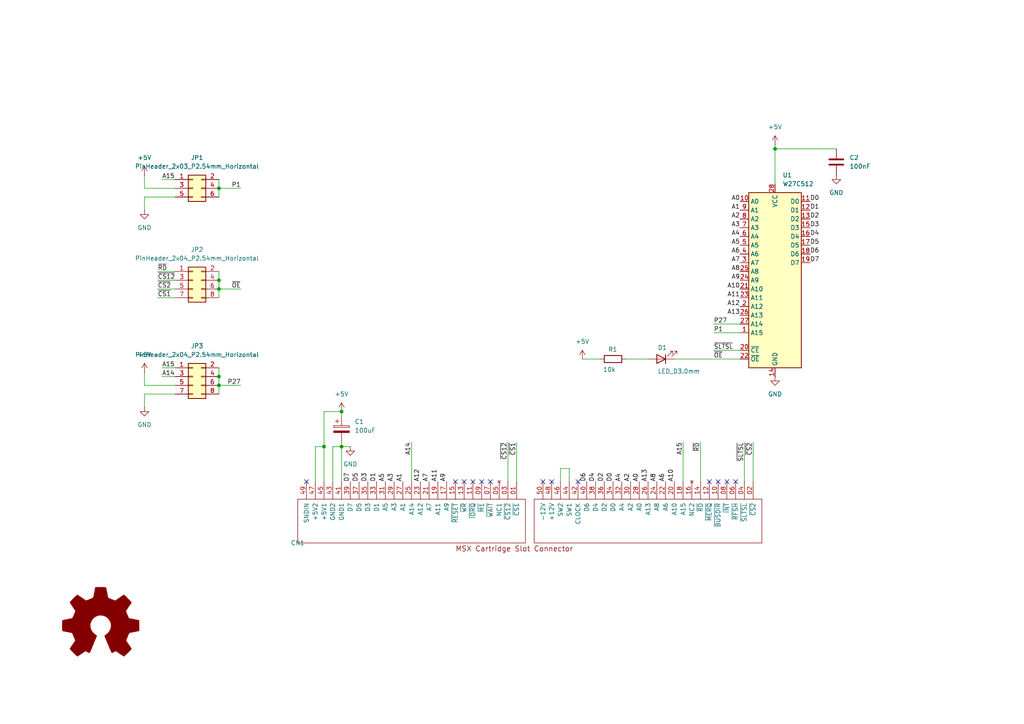
<source format=kicad_sch>
(kicad_sch (version 20231120) (generator "eeschema") (generator_version "8.0")
  (paper "A4")
  (title_block (title "MSX Eprom Cartridge") (date "2024-06-21") (rev "v3.1"))
  (lib_symbols
    (symbol "Connector_Generic:Conn_02x03_Odd_Even" (pin_names (offset 1.016) hide)
      (property "Reference" "J" (at 1.27 5.08 0))
      (property "Value" "Conn_02x03_Odd_Even" (at 1.27 -5.08 0))
      (symbol "Conn_02x03_Odd_Even_1_1"
        (rectangle (start -1.27 -2.413) (end 0 -2.667) (stroke (width 0.1524)))
        (rectangle (start -1.27 0.127) (end 0 -0.127) (stroke (width 0.1524)))
        (rectangle (start -1.27 2.667) (end 0 2.413) (stroke (width 0.1524)))
        (rectangle (start -1.27 3.81) (end 3.81 -3.81) (stroke (width 0.254)) (fill (type background)))
        (rectangle (start 3.81 -2.413) (end 2.54 -2.667) (stroke (width 0.1524)))
        (rectangle (start 3.81 0.127) (end 2.54 -0.127) (stroke (width 0.1524)))
        (rectangle (start 3.81 2.667) (end 2.54 2.413) (stroke (width 0.1524)))
        (pin passive line (at -5.08 2.54 0) (length 3.81) (name "Pin_1") (number "1"))
        (pin passive line (at 7.62 2.54 180) (length 3.81) (name "Pin_2") (number "2"))
        (pin passive line (at -5.08 0 0) (length 3.81) (name "Pin_3") (number "3"))
        (pin passive line (at 7.62 0 180) (length 3.81) (name "Pin_4") (number "4"))
        (pin passive line (at -5.08 -2.54 0) (length 3.81) (name "Pin_5") (number "5"))
        (pin passive line (at 7.62 -2.54 180) (length 3.81) (name "Pin_6") (number "6"))
      )
    )
    (symbol "Connector_Generic:Conn_02x04_Odd_Even" (pin_names (offset 1.016) hide)
      (property "Reference" "J" (at 1.27 5.08 0))
      (property "Value" "Conn_02x04_Odd_Even" (at 1.27 -7.62 0))
      (symbol "Conn_02x04_Odd_Even_1_1"
        (rectangle (start -1.27 -4.953) (end 0 -5.207) (stroke (width 0.1524)))
        (rectangle (start -1.27 -2.413) (end 0 -2.667) (stroke (width 0.1524)))
        (rectangle (start -1.27 0.127) (end 0 -0.127) (stroke (width 0.1524)))
        (rectangle (start -1.27 2.667) (end 0 2.413) (stroke (width 0.1524)))
        (rectangle (start -1.27 3.81) (end 3.81 -6.35) (stroke (width 0.254)) (fill (type background)))
        (rectangle (start 3.81 -4.953) (end 2.54 -5.207) (stroke (width 0.1524)))
        (rectangle (start 3.81 -2.413) (end 2.54 -2.667) (stroke (width 0.1524)))
        (rectangle (start 3.81 0.127) (end 2.54 -0.127) (stroke (width 0.1524)))
        (rectangle (start 3.81 2.667) (end 2.54 2.413) (stroke (width 0.1524)))
        (pin passive line (at -5.08 2.54 0) (length 3.81) (name "Pin_1") (number "1"))
        (pin passive line (at 7.62 2.54 180) (length 3.81) (name "Pin_2") (number "2"))
        (pin passive line (at -5.08 0 0) (length 3.81) (name "Pin_3") (number "3"))
        (pin passive line (at 7.62 0 180) (length 3.81) (name "Pin_4") (number "4"))
        (pin passive line (at -5.08 -2.54 0) (length 3.81) (name "Pin_5") (number "5"))
        (pin passive line (at 7.62 -2.54 180) (length 3.81) (name "Pin_6") (number "6"))
        (pin passive line (at -5.08 -5.08 0) (length 3.81) (name "Pin_7") (number "7"))
        (pin passive line (at 7.62 -5.08 180) (length 3.81) (name "Pin_8") (number "8"))
      )
    )
    (symbol "Device:C" (pin_numbers hide) (pin_names (offset 0.254))
      (property "Reference" "C" (at 0.635 2.54 0))
      (property "Value" "C" (at 0.635 -2.54 0))
      (symbol "C_0_1"
        (polyline (pts (xy -2.032 -0.762) (xy 2.032 -0.762)) (stroke (width 0.508)))
        (polyline (pts (xy -2.032 0.762) (xy 2.032 0.762)) (stroke (width 0.508)))
      )
      (symbol "C_1_1"
        (pin passive line (at 0 3.81 270) (length 2.794) (name "~") (number "1"))
        (pin passive line (at 0 -3.81 90) (length 2.794) (name "~") (number "2"))
      )
    )
    (symbol "Device:C_Polarized" (pin_numbers hide) (pin_names (offset 0.254))
      (property "Reference" "C" (at 0.635 2.54 0))
      (property "Value" "C_Polarized" (at 0.635 -2.54 0))
      (symbol "C_Polarized_0_1"
        (rectangle (start -2.286 0.508) (end 2.286 1.016))
        (polyline (pts (xy -1.778 2.286) (xy -0.762 2.286)))
        (polyline (pts (xy -1.27 2.794) (xy -1.27 1.778)))
        (rectangle (start 2.286 -0.508) (end -2.286 -1.016) (fill (type outline)))
      )
      (symbol "C_Polarized_1_1"
        (pin passive line (at 0 3.81 270) (length 2.794) (name "~") (number "1"))
        (pin passive line (at 0 -3.81 90) (length 2.794) (name "~") (number "2"))
      )
    )
    (symbol "Device:LED" (pin_numbers hide) (pin_names (offset 1.016) hide)
      (property "Reference" "D" (at 0 2.54 0))
      (property "Value" "LED" (at 0 -2.54 0))
      (symbol "LED_0_1"
        (polyline (pts (xy -1.27 -1.27) (xy -1.27 1.27)) (stroke (width 0.254)))
        (polyline (pts (xy -1.27 0) (xy 1.27 0)))
        (polyline (pts (xy 1.27 -1.27) (xy 1.27 1.27) (xy -1.27 0) (xy 1.27 -1.27)) (stroke (width 0.254)))
        (polyline (pts (xy -3.048 -0.762) (xy -4.572 -2.286) (xy -3.81 -2.286) (xy -4.572 -2.286) (xy -4.572 -1.524)))
        (polyline (pts (xy -1.778 -0.762) (xy -3.302 -2.286) (xy -2.54 -2.286) (xy -3.302 -2.286) (xy -3.302 -1.524)))
      )
      (symbol "LED_1_1"
        (pin passive line (at -3.81 0 0) (length 2.54) (name "K") (number "1"))
        (pin passive line (at 3.81 0 180) (length 2.54) (name "A") (number "2"))
      )
    )
    (symbol "Device:R" (pin_numbers hide) (pin_names (offset 0))
      (property "Reference" "R" (at 2.032 0 90))
      (property "Value" "R" (at 0 0 90))
      (symbol "R_0_1"
        (rectangle (start -1.016 -2.54) (end 1.016 2.54) (stroke (width 0.254)))
      )
      (symbol "R_1_1"
        (pin passive line (at 0 3.81 270) (length 1.27) (name "~") (number "1"))
        (pin passive line (at 0 -3.81 90) (length 1.27) (name "~") (number "2"))
      )
    )
    (symbol "Graphic:Logo_Open_Hardware_Large" (in_bom no) (on_board no)
      (symbol "Logo_Open_Hardware_Large_1_1"
        (polyline (pts (xy 6.731 -8.7122) (xy 6.6294 -8.6614) (xy 6.35 -8.4836) (xy 5.9944 -8.255) (xy 5.5372 -7.9502) (xy 5.1054 -7.6454) (xy 4.7498 -7.4168) (xy 4.4958 -7.239) (xy 4.3942 -7.1882) (xy 4.318 -7.2136) (xy 4.1148 -7.3152) (xy 3.81 -7.4676) (xy 3.6322 -7.5692) (xy 3.3528 -7.6708) (xy 3.2258 -7.6962) (xy 3.2004 -7.6708) (xy 3.0988 -7.4676) (xy 2.9464 -7.0866) (xy 2.7178 -6.604) (xy 2.4892 -6.0452) (xy 2.2352 -5.4356) (xy 1.9558 -4.826) (xy 1.7272 -4.2164) (xy 1.4986 -3.683) (xy 1.3208 -3.2512) (xy 1.2192 -2.9464) (xy 1.1684 -2.8194) (xy 1.1938 -2.794) (xy 1.3208 -2.667) (xy 1.5748 -2.4892) (xy 2.0828 -2.0574) (xy 2.6162 -1.397) (xy 2.921 -0.6604) (xy 3.048 0.1524) (xy 2.9464 0.9144) (xy 2.6416 1.6256) (xy 2.1336 2.286) (xy 1.524 2.7686) (xy 0.8128 3.0734) (xy 0 3.175) (xy -0.762 3.0988) (xy -1.4986 2.794) (xy -2.159 2.286) (xy -2.4384 1.9812) (xy -2.8194 1.3208) (xy -3.048 0.6096) (xy -3.0734 0.4318) (xy -3.0226 -0.3556) (xy -2.794 -1.0922) (xy -2.3876 -1.7526) (xy -1.8288 -2.3114) (xy -1.7526 -2.3622) (xy -1.4732 -2.5654) (xy -1.2954 -2.6924) (xy -1.1684 -2.8194) (xy -2.159 -5.207) (xy -2.3114 -5.588) (xy -2.5908 -6.2484) (xy -2.8194 -6.8072) (xy -3.0226 -7.2644) (xy -3.1496 -7.5692) (xy -3.2258 -7.6708) (xy -3.2258 -7.6962) (xy -3.302 -7.6962) (xy -3.4798 -7.6454) (xy -3.8354 -7.4676) (xy -4.0386 -7.366) (xy -4.2926 -7.239) (xy -4.4196 -7.1882) (xy -4.5212 -7.239) (xy -4.7498 -7.3914) (xy -5.1054 -7.6454) (xy -5.5372 -7.9248) (xy -5.9436 -8.2042) (xy -6.3246 -8.4582) (xy -6.604 -8.636) (xy -6.731 -8.7122) (xy -6.7564 -8.7122) (xy -6.858 -8.636) (xy -7.0866 -8.4582) (xy -7.4168 -8.1534) (xy -7.874 -7.6962) (xy -7.9502 -7.62) (xy -8.3312 -7.239) (xy -8.636 -6.9088) (xy -8.8392 -6.6802) (xy -8.9154 -6.5786) (xy -8.9154 -6.5786) (xy -8.8392 -6.4516) (xy -8.6614 -6.1722) (xy -8.4328 -5.7912) (xy -8.128 -5.3594) (xy -7.3152 -4.191) (xy -7.7724 -3.0988) (xy -7.8994 -2.7686) (xy -8.0772 -2.3622) (xy -8.2042 -2.0828) (xy -8.255 -1.9558) (xy -8.382 -1.905) (xy -8.6614 -1.8542) (xy -9.0932 -1.7526) (xy -9.6266 -1.651) (xy -10.1092 -1.5748) (xy -10.541 -1.4732) (xy -10.8712 -1.4224) (xy -11.0236 -1.397) (xy -11.049 -1.3716) (xy -11.0744 -1.2954) (xy -11.0998 -1.143) (xy -11.0998 -0.889) (xy -11.1252 -0.4572) (xy -11.1252 0.1524) (xy -11.1252 0.2286) (xy -11.0998 0.8128) (xy -11.0998 1.27) (xy -11.0744 1.5494) (xy -11.0744 1.6764) (xy -11.0744 1.6764) (xy -10.922 1.7018) (xy -10.6172 1.778) (xy -10.16 1.8542) (xy -9.652 1.9558) (xy -9.6012 1.9812) (xy -9.0932 2.0828) (xy -8.636 2.159) (xy -8.3312 2.2352) (xy -8.2042 2.286) (xy -8.1788 2.3114) (xy -8.0772 2.5146) (xy -7.9248 2.8448) (xy -7.747 3.2512) (xy -7.5692 3.6576) (xy -7.4168 4.0386) (xy -7.3152 4.318) (xy -7.2898 4.445) (xy -7.2898 4.445) (xy -7.366 4.572) (xy -7.5438 4.826) (xy -7.7978 5.207) (xy -8.128 5.6642) (xy -8.128 5.6896) (xy -8.4328 6.1468) (xy -8.6868 6.5278) (xy -8.8392 6.7818) (xy -8.9154 6.9088) (xy -8.9154 6.9088) (xy -8.8138 7.0358) (xy -8.5852 7.2898) (xy -8.255 7.6454) (xy -7.874 8.0264) (xy -7.747 8.1534) (xy -7.3152 8.5852) (xy -7.0104 8.8646) (xy -6.8326 8.9916) (xy -6.731 9.0424) (xy -6.731 9.0424) (xy -6.604 8.9408) (xy -6.3246 8.763) (xy -5.9436 8.509) (xy -5.4864 8.2042) (xy -5.461 8.1788) (xy -5.0038 7.874) (xy -4.6482 7.62) (xy -4.3688 7.4422) (xy -4.2672 7.3914) (xy -4.2418 7.3914) (xy -4.064 7.4422) (xy -3.7338 7.5438) (xy -3.3528 7.6962) (xy -2.9464 7.874) (xy -2.5654 8.0264) (xy -2.286 8.1534) (xy -2.159 8.2296) (xy -2.159 8.2296) (xy -2.1082 8.382) (xy -2.032 8.7122) (xy -1.9304 9.1694) (xy -1.8288 9.7282) (xy -1.8034 9.8044) (xy -1.7018 10.3378) (xy -1.6256 10.7696) (xy -1.5748 11.0744) (xy -1.524 11.2014) (xy -1.4478 11.2268) (xy -1.1938 11.2522) (xy -0.8128 11.2522) (xy -0.3302 11.2522) (xy 0.1524 11.2522) (xy 0.6604 11.2522) (xy 1.0668 11.2268) (xy 1.3716 11.2014) (xy 1.4986 11.176) (xy 1.4986 11.176) (xy 1.5494 11.0236) (xy 1.6256 10.6934) (xy 1.7018 10.2108) (xy 1.8288 9.6774) (xy 1.8288 9.5758) (xy 1.9304 9.0424) (xy 2.032 8.6106) (xy 2.0828 8.3058) (xy 2.1336 8.2042) (xy 2.159 8.1788) (xy 2.3876 8.0772) (xy 2.7432 7.9248) (xy 3.175 7.747) (xy 4.191 7.3406) (xy 5.461 8.2042) (xy 5.5626 8.2804) (xy 6.0198 8.5852) (xy 6.3754 8.8392) (xy 6.6294 8.9916) (xy 6.7564 9.0424) (xy 6.7564 9.0424) (xy 6.8834 8.9408) (xy 7.1374 8.7122) (xy 7.4676 8.382) (xy 7.8486 7.9756) (xy 8.1534 7.6962) (xy 8.4836 7.3406) (xy 8.7122 7.112) (xy 8.8392 6.9596) (xy 8.8646 6.858) (xy 8.8646 6.8072) (xy 8.7884 6.6802) (xy 8.6106 6.4008) (xy 8.3312 6.0198) (xy 8.0264 5.588) (xy 7.7978 5.207) (xy 7.5184 4.8006) (xy 7.3406 4.4958) (xy 7.2898 4.3434) (xy 7.2898 4.2926) (xy 7.3914 4.0386) (xy 7.5184 3.683) (xy 7.7216 3.2258) (xy 8.1534 2.2352) (xy 8.7884 2.1082) (xy 9.1948 2.0574) (xy 9.7536 1.9304) (xy 10.2616 1.8288) (xy 11.0998 1.6764) (xy 11.1252 -1.3208) (xy 10.9982 -1.3716) (xy 10.8712 -1.397) (xy 10.5664 -1.4732) (xy 10.1346 -1.5494) (xy 9.6266 -1.651) (xy 9.1948 -1.7272) (xy 8.7376 -1.8288) (xy 8.4328 -1.8796) (xy 8.2804 -1.905) (xy 8.255 -1.9558) (xy 8.1534 -2.159) (xy 7.9756 -2.5146) (xy 7.8232 -2.921) (xy 7.6454 -3.3274) (xy 7.493 -3.7338) (xy 7.366 -4.0132) (xy 7.3406 -4.191) (xy 7.3914 -4.2926) (xy 7.5692 -4.5466) (xy 7.7978 -4.9276) (xy 8.1026 -5.3594) (xy 8.4074 -5.7912) (xy 8.6614 -6.1722) (xy 8.8138 -6.4262) (xy 8.89 -6.5532) (xy 8.8646 -6.6548) (xy 8.6868 -6.858) (xy 8.3566 -7.1882) (xy 7.874 -7.6708) (xy 7.7978 -7.747) (xy 7.3914 -8.128) (xy 7.0612 -8.4328) (xy 6.8326 -8.636) (xy 6.731 -8.7122)) (fill (type outline)))
      )
    )
    (symbol "Memory_EPROM:27C512"
      (property "Reference" "U" (at -7.62 26.67 0))
      (property "Value" "27C512" (at 2.54 -26.67 0))
      (symbol "27C512_1_1"
        (rectangle (start -7.62 25.4) (end 7.62 -25.4) (stroke (width 0.254)) (fill (type background)))
        (pin input line (at -10.16 -15.24 0) (length 2.54) (name "A15") (number "1"))
        (pin input line (at -10.16 22.86 0) (length 2.54) (name "A0") (number "10"))
        (pin tri_state line (at 10.16 22.86 180) (length 2.54) (name "D0") (number "11"))
        (pin tri_state line (at 10.16 20.32 180) (length 2.54) (name "D1") (number "12"))
        (pin tri_state line (at 10.16 17.78 180) (length 2.54) (name "D2") (number "13"))
        (pin power_in line (at 0 -27.94 90) (length 2.54) (name "GND") (number "14"))
        (pin tri_state line (at 10.16 15.24 180) (length 2.54) (name "D3") (number "15"))
        (pin tri_state line (at 10.16 12.7 180) (length 2.54) (name "D4") (number "16"))
        (pin tri_state line (at 10.16 10.16 180) (length 2.54) (name "D5") (number "17"))
        (pin tri_state line (at 10.16 7.62 180) (length 2.54) (name "D6") (number "18"))
        (pin tri_state line (at 10.16 5.08 180) (length 2.54) (name "D7") (number "19"))
        (pin input line (at -10.16 -7.62 0) (length 2.54) (name "A12") (number "2"))
        (pin input line (at -10.16 -20.32 0) (length 2.54) (name "~{CE}") (number "20"))
        (pin input line (at -10.16 -2.54 0) (length 2.54) (name "A10") (number "21"))
        (pin input line (at -10.16 -22.86 0) (length 2.54) (name "~{OE}") (number "22"))
        (pin input line (at -10.16 -5.08 0) (length 2.54) (name "A11") (number "23"))
        (pin input line (at -10.16 0 0) (length 2.54) (name "A9") (number "24"))
        (pin input line (at -10.16 2.54 0) (length 2.54) (name "A8") (number "25"))
        (pin input line (at -10.16 -10.16 0) (length 2.54) (name "A13") (number "26"))
        (pin input line (at -10.16 -12.7 0) (length 2.54) (name "A14") (number "27"))
        (pin power_in line (at 0 27.94 270) (length 2.54) (name "VCC") (number "28"))
        (pin input line (at -10.16 5.08 0) (length 2.54) (name "A7") (number "3"))
        (pin input line (at -10.16 7.62 0) (length 2.54) (name "A6") (number "4"))
        (pin input line (at -10.16 10.16 0) (length 2.54) (name "A5") (number "5"))
        (pin input line (at -10.16 12.7 0) (length 2.54) (name "A4") (number "6"))
        (pin input line (at -10.16 15.24 0) (length 2.54) (name "A3") (number "7"))
        (pin input line (at -10.16 17.78 0) (length 2.54) (name "A2") (number "8"))
        (pin input line (at -10.16 20.32 0) (length 2.54) (name "A1") (number "9"))
      )
    )
    (symbol "beer_ide_kicad-rescue:MSX_SLOT_CON-msxmakers" (pin_names (offset 1.016))
      (symbol "MSX_SLOT_CON-msxmakers_1_0"
        (polyline (pts (xy 0 0) (xy 66.04 0)))
        (polyline (pts (xy 0 12.7) (xy 0 0)))
        (polyline (pts (xy 66.04 0) (xy 66.04 12.7)))
        (polyline (pts (xy 66.04 12.7) (xy 0 12.7)))
        (polyline (pts (xy 68.58 0) (xy 134.62 0)))
        (polyline (pts (xy 68.58 12.7) (xy 68.58 0)))
        (polyline (pts (xy 134.62 0) (xy 134.62 12.7)))
        (polyline (pts (xy 134.62 12.7) (xy 68.58 12.7)))
        (text "MSX Cartridge Slot Connector" (at 45.72 -2.54 0) (effects (font (size 1.4986 1.4986)) (justify left bottom)))
        (pin output line (at 63.5 17.78 270) (length 5.08) (name "~{CS1}") (number "01"))
        (pin output line (at 132.08 17.78 270) (length 5.08) (name "~{CS2}") (number "02"))
        (pin output line (at 60.96 17.78 270) (length 5.08) (name "~{CS12}") (number "03"))
        (pin output line (at 129.54 17.78 270) (length 5.08) (name "~{SLTSL}") (number "04"))
        (pin no_connect line (at 58.42 17.78 270) (length 5.08) (name "NC1") (number "05"))
        (pin output line (at 127 17.78 270) (length 5.08) (name "~{RFSH}") (number "06"))
        (pin input line (at 55.88 17.78 270) (length 5.08) (name "~{WAIT}") (number "07"))
        (pin input line (at 124.46 17.78 270) (length 5.08) (name "~{INT}") (number "08"))
        (pin output line (at 53.34 17.78 270) (length 5.08) (name "~{M1}") (number "09"))
        (pin input line (at 121.92 17.78 270) (length 5.08) (name "~{BUSDIR}") (number "10"))
        (pin output line (at 50.8 17.78 270) (length 5.08) (name "~{IORQ}") (number "11"))
        (pin output line (at 119.38 17.78 270) (length 5.08) (name "~{MERQ}") (number "12"))
        (pin output line (at 48.26 17.78 270) (length 5.08) (name "~{WR}") (number "13"))
        (pin output line (at 116.84 17.78 270) (length 5.08) (name "~{RD}") (number "14"))
        (pin output line (at 45.72 17.78 270) (length 5.08) (name "~{RESET}") (number "15"))
        (pin no_connect line (at 114.3 17.78 270) (length 5.08) (name "NC2") (number "16"))
        (pin output line (at 43.18 17.78 270) (length 5.08) (name "A9") (number "17"))
        (pin output line (at 111.76 17.78 270) (length 5.08) (name "A15") (number "18"))
        (pin output line (at 40.64 17.78 270) (length 5.08) (name "A11") (number "19"))
        (pin output line (at 109.22 17.78 270) (length 5.08) (name "A10") (number "20"))
        (pin output line (at 38.1 17.78 270) (length 5.08) (name "A7") (number "21"))
        (pin output line (at 106.68 17.78 270) (length 5.08) (name "A6") (number "22"))
        (pin output line (at 35.56 17.78 270) (length 5.08) (name "A12") (number "23"))
        (pin output line (at 104.14 17.78 270) (length 5.08) (name "A8") (number "24"))
        (pin output line (at 33.02 17.78 270) (length 5.08) (name "A14") (number "25"))
        (pin output line (at 101.6 17.78 270) (length 5.08) (name "A13") (number "26"))
        (pin output line (at 30.48 17.78 270) (length 5.08) (name "A1") (number "27"))
        (pin output line (at 99.06 17.78 270) (length 5.08) (name "A0") (number "28"))
        (pin output line (at 27.94 17.78 270) (length 5.08) (name "A3") (number "29"))
        (pin output line (at 96.52 17.78 270) (length 5.08) (name "A2") (number "30"))
        (pin output line (at 25.4 17.78 270) (length 5.08) (name "A5") (number "31"))
        (pin output line (at 93.98 17.78 270) (length 5.08) (name "A4") (number "32"))
        (pin bidirectional line (at 22.86 17.78 270) (length 5.08) (name "D1") (number "33"))
        (pin bidirectional line (at 91.44 17.78 270) (length 5.08) (name "D0") (number "34"))
        (pin bidirectional line (at 20.32 17.78 270) (length 5.08) (name "D3") (number "35"))
        (pin bidirectional line (at 88.9 17.78 270) (length 5.08) (name "D2") (number "36"))
        (pin bidirectional line (at 17.78 17.78 270) (length 5.08) (name "D5") (number "37"))
        (pin bidirectional line (at 86.36 17.78 270) (length 5.08) (name "D4") (number "38"))
        (pin bidirectional line (at 15.24 17.78 270) (length 5.08) (name "D7") (number "39"))
        (pin bidirectional line (at 83.82 17.78 270) (length 5.08) (name "D6") (number "40"))
        (pin power_in line (at 12.7 17.78 270) (length 5.08) (name "GND1") (number "41"))
        (pin output line (at 81.28 17.78 270) (length 5.08) (name "CLOCK") (number "42"))
        (pin power_in line (at 10.16 17.78 270) (length 5.08) (name "GND2") (number "43"))
        (pin passive line (at 78.74 17.78 270) (length 5.08) (name "SW1") (number "44"))
        (pin power_in line (at 7.62 17.78 270) (length 5.08) (name "+5V1") (number "45"))
        (pin passive line (at 76.2 17.78 270) (length 5.08) (name "SW2") (number "46"))
        (pin power_in line (at 5.08 17.78 270) (length 5.08) (name "+5V2") (number "47"))
        (pin power_in line (at 73.66 17.78 270) (length 5.08) (name "+12V") (number "48"))
        (pin input line (at 2.54 17.78 270) (length 5.08) (name "SNDIN") (number "49"))
        (pin power_in line (at 71.12 17.78 270) (length 5.08) (name "-12V") (number "50"))
      )
    )
    (symbol "power:+5V" (power) (pin_numbers hide) (pin_names (offset 0) hide)
      (property "Value" "+5V" (at 0 3.556 0))
      (symbol "+5V_0_1"
        (polyline (pts (xy -0.762 1.27) (xy 0 2.54)))
        (polyline (pts (xy 0 0) (xy 0 2.54)))
        (polyline (pts (xy 0 2.54) (xy 0.762 1.27)))
      )
      (symbol "+5V_1_1"
        (pin power_in line (at 0 0 90) (length 0) (name "~") (number "1"))
      )
    )
    (symbol "power:GND" (power) (pin_numbers hide) (pin_names (offset 0) hide)
      (property "Value" "GND" (at 0 -3.81 0))
      (symbol "GND_0_1"
        (polyline (pts (xy 0 0) (xy 0 -1.27) (xy 1.27 -1.27) (xy 0 -2.54) (xy -1.27 -1.27) (xy 0 -1.27)))
      )
      (symbol "GND_1_1"
        (pin power_in line (at 0 0 270) (length 0) (name "~") (number "1"))
      )
    )
  )
  (junction (at 93.98 129.54))
  (junction (at 63.5 81.28))
  (junction (at 224.79 43.18))
  (junction (at 63.5 109.22))
  (junction (at 99.06 119.38))
  (junction (at 99.06 129.54))
  (junction (at 63.5 111.76))
  (junction (at 63.5 54.61))
  (junction (at 63.5 83.82))
  (no_connect (at 132.08 139.7))
  (no_connect (at 134.62 139.7))
  (no_connect (at 157.48 139.7))
  (no_connect (at 213.36 139.7))
  (no_connect (at 205.74 139.7))
  (no_connect (at 167.64 139.7))
  (no_connect (at 139.7 139.7))
  (no_connect (at 210.82 139.7))
  (no_connect (at 88.9 139.7))
  (no_connect (at 137.16 139.7))
  (no_connect (at 160.02 139.7))
  (no_connect (at 208.28 139.7))
  (no_connect (at 142.24 139.7))
  (wire (pts (xy 207.01 96.52) (xy 214.63 96.52)))
  (wire (pts (xy 46.99 106.68) (xy 50.8 106.68)))
  (wire (pts (xy 181.61 104.14) (xy 187.96 104.14)))
  (wire (pts (xy 96.52 139.7) (xy 96.52 129.54)))
  (wire (pts (xy 45.72 78.74) (xy 50.8 78.74)))
  (wire (pts (xy 50.8 111.76) (xy 41.91 111.76)))
  (wire (pts (xy 63.5 54.61) (xy 63.5 57.15)))
  (wire (pts (xy 63.5 54.61) (xy 69.85 54.61)))
  (wire (pts (xy 218.44 128.27) (xy 218.44 139.7)))
  (wire (pts (xy 93.98 129.54) (xy 93.98 119.38)))
  (wire (pts (xy 165.1 135.89) (xy 165.1 139.7)))
  (wire (pts (xy 63.5 106.68) (xy 63.5 109.22)))
  (wire (pts (xy 45.72 81.28) (xy 50.8 81.28)))
  (wire (pts (xy 195.58 104.14) (xy 214.63 104.14)))
  (wire (pts (xy 99.06 129.54) (xy 101.6 129.54)))
  (wire (pts (xy 63.5 111.76) (xy 63.5 114.3)))
  (wire (pts (xy 162.56 139.7) (xy 162.56 135.89)))
  (wire (pts (xy 215.9 128.27) (xy 215.9 139.7)))
  (wire (pts (xy 41.91 111.76) (xy 41.91 107.95)))
  (wire (pts (xy 63.5 52.07) (xy 63.5 54.61)))
  (wire (pts (xy 96.52 129.54) (xy 99.06 129.54)))
  (wire (pts (xy 147.32 128.27) (xy 147.32 139.7)))
  (wire (pts (xy 162.56 135.89) (xy 165.1 135.89)))
  (wire (pts (xy 63.5 83.82) (xy 69.85 83.82)))
  (wire (pts (xy 63.5 81.28) (xy 63.5 83.82)))
  (wire (pts (xy 99.06 129.54) (xy 99.06 139.7)))
  (wire (pts (xy 224.79 43.18) (xy 224.79 53.34)))
  (wire (pts (xy 46.99 109.22) (xy 50.8 109.22)))
  (wire (pts (xy 63.5 78.74) (xy 63.5 81.28)))
  (wire (pts (xy 41.91 54.61) (xy 41.91 50.8)))
  (wire (pts (xy 207.01 101.6) (xy 214.63 101.6)))
  (wire (pts (xy 46.99 52.07) (xy 50.8 52.07)))
  (wire (pts (xy 149.86 128.27) (xy 149.86 139.7)))
  (wire (pts (xy 41.91 114.3) (xy 41.91 118.11)))
  (wire (pts (xy 63.5 109.22) (xy 63.5 111.76)))
  (wire (pts (xy 41.91 57.15) (xy 41.91 60.96)))
  (wire (pts (xy 93.98 119.38) (xy 99.06 119.38)))
  (wire (pts (xy 198.12 128.27) (xy 198.12 139.7)))
  (wire (pts (xy 99.06 119.38) (xy 99.06 120.65)))
  (wire (pts (xy 99.06 128.27) (xy 99.06 129.54)))
  (wire (pts (xy 91.44 129.54) (xy 93.98 129.54)))
  (wire (pts (xy 207.01 93.98) (xy 214.63 93.98)))
  (wire (pts (xy 63.5 83.82) (xy 63.5 86.36)))
  (wire (pts (xy 45.72 83.82) (xy 50.8 83.82)))
  (wire (pts (xy 50.8 114.3) (xy 41.91 114.3)))
  (wire (pts (xy 168.91 104.14) (xy 173.99 104.14)))
  (wire (pts (xy 93.98 129.54) (xy 93.98 139.7)))
  (wire (pts (xy 119.38 128.27) (xy 119.38 139.7)))
  (wire (pts (xy 45.72 86.36) (xy 50.8 86.36)))
  (wire (pts (xy 224.79 41.91) (xy 224.79 43.18)))
  (wire (pts (xy 63.5 111.76) (xy 69.85 111.76)))
  (wire (pts (xy 203.2 128.27) (xy 203.2 139.7)))
  (wire (pts (xy 50.8 54.61) (xy 41.91 54.61)))
  (wire (pts (xy 91.44 139.7) (xy 91.44 129.54)))
  (wire (pts (xy 224.79 43.18) (xy 242.57 43.18)))
  (wire (pts (xy 50.8 57.15) (xy 41.91 57.15)))
  (label "A15" (at 46.99 106.68 0))
  (label "A8" (at 190.5 139.7 90))
  (label "A7" (at 124.46 139.7 90))
  (label "D2" (at 234.95 63.5 0))
  (label "~{CS12}" (at 45.72 81.28 0))
  (label "A12" (at 214.63 88.9 180))
  (label "~{SLTSL}" (at 207.01 101.6 0))
  (label "D1" (at 109.22 139.7 90))
  (label "A10" (at 214.63 83.82 180))
  (label "A0" (at 214.63 58.42 180))
  (label "A15" (at 198.12 128.27 270))
  (label "D5" (at 234.95 71.12 0))
  (label "~{CS1}" (at 45.72 86.36 0))
  (label "A4" (at 214.63 68.58 180))
  (label "A6" (at 193.04 139.7 90))
  (label "A2" (at 214.63 63.5 180))
  (label "~{OE}" (at 69.85 83.82 180))
  (label "P1" (at 69.85 54.61 180))
  (label "A13" (at 214.63 91.44 180))
  (label "~{SLTSL}" (at 215.9 128.27 270))
  (label "A13" (at 187.96 139.7 90))
  (label "D0" (at 234.95 58.42 0))
  (label "D2" (at 175.26 139.7 90))
  (label "D1" (at 234.95 60.96 0))
  (label "D7" (at 101.6 139.7 90))
  (label "D6" (at 234.95 73.66 0))
  (label "A9" (at 214.63 81.28 180))
  (label "P27" (at 207.01 93.98 0))
  (label "A1" (at 116.84 139.7 90))
  (label "A11" (at 127 139.7 90))
  (label "A4" (at 180.34 139.7 90))
  (label "A1" (at 214.63 60.96 180))
  (label "D5" (at 104.14 139.7 90))
  (label "D3" (at 234.95 66.04 0))
  (label "D4" (at 234.95 68.58 0))
  (label "~{CS2}" (at 218.44 128.27 270))
  (label "P27" (at 69.85 111.76 180))
  (label "~{CS1}" (at 149.86 128.27 270))
  (label "A7" (at 214.63 76.2 180))
  (label "P1" (at 207.01 96.52 0))
  (label "~{RD}" (at 45.72 78.74 0))
  (label "A14" (at 46.99 109.22 0))
  (label "~{OE}" (at 207.01 104.14 0))
  (label "A9" (at 129.54 139.7 90))
  (label "~{CS12}" (at 147.32 128.27 270))
  (label "A0" (at 185.42 139.7 90))
  (label "A10" (at 195.58 139.7 90))
  (label "A14" (at 119.38 128.27 270))
  (label "D6" (at 170.18 139.7 90))
  (label "A3" (at 214.63 66.04 180))
  (label "A8" (at 214.63 78.74 180))
  (label "A11" (at 214.63 86.36 180))
  (label "A6" (at 214.63 73.66 180))
  (label "D4" (at 172.72 139.7 90))
  (label "D0" (at 177.8 139.7 90))
  (label "A5" (at 111.76 139.7 90))
  (label "A2" (at 182.88 139.7 90))
  (label "A3" (at 114.3 139.7 90))
  (label "A15" (at 46.99 52.07 0))
  (label "A12" (at 121.92 139.7 90))
  (label "~{RD}" (at 203.2 128.27 270))
  (label "D7" (at 234.95 76.2 0))
  (label "D3" (at 106.68 139.7 90))
  (label "A5" (at 214.63 71.12 180))
  (label "~{CS2}" (at 45.72 83.82 0))
  (symbol (lib_id "Device:C_Polarized") (at 99.06 124.46 0) (unit 1)
    (property "Reference" "C1" (at 102.87 122.3009 0) (effects (justify left)))
    (property "Value" "100uF" (at 102.87 124.8409 0) (effects (justify left)))
    (property "Footprint" "MSXmakers:CP_tumbado" (effects (hide yes)))
  )
  (symbol (lib_id "power:+5V") (at 41.91 107.95 0) (unit 1)
    (property "Reference" "#PWR07" (effects (hide yes)))
    (property "Value" "+5V" (at 41.91 102.87 0))
    (property "Description" "Power symbol creates a global label with name \"+5V\"" (effects (hide yes)))
  )
  (symbol (lib_id "Graphic:Logo_Open_Hardware_Large") (at 29.21 181.61 0) (unit 1) (on_board no)
    (property "Reference" "LO1" (effects (hide yes)))
    (property "Value" "LOGO" (effects (hide yes)))
    (property "Footprint" "MSXmakers:Logo_MSXmakers_fsilk_29x14_neg" (effects (hide yes)))
  )
  (symbol (lib_id "Device:C") (at 242.57 46.99 0) (unit 1)
    (property "Reference" "C2" (at 246.38 45.7199 0) (effects (justify left)))
    (property "Value" "100nF" (at 246.38 48.2599 0) (effects (justify left)))
    (property "Footprint" "Capacitor_THT:C_Disc_D4.3mm_W1.9mm_P5.00mm" (effects (hide yes)))
  )
  (symbol (lib_id "power:GND") (at 224.79 109.22 0) (unit 1)
    (property "Reference" "#PWR05" (effects (hide yes)))
    (property "Value" "GND" (at 224.79 114.3 0))
    (property "Description" "Power symbol creates a global label with name \"GND\" , ground" (effects (hide yes)))
  )
  (symbol (lib_id "Connector_Generic:Conn_02x04_Odd_Even") (at 55.88 109.22 0) (unit 1)
    (property "Reference" "JP3" (at 57.15 100.33 0))
    (property "Value" "PinHeader_2x04_P2.54mm_Horizontal" (at 57.15 102.87 0))
    (property "Footprint" "Connector_PinHeader_2.54mm:PinHeader_2x04_P2.54mm_Horizontal" (effects (hide yes)))
  )
  (symbol (lib_id "beer_ide_kicad-rescue:MSX_SLOT_CON-msxmakers") (at 86.36 157.48 0) (unit 1)
    (property "Reference" "CN1" (at 86.36 157.48 0))
    (property "Value" "MSX_SLOT_CON" (effects (hide yes)))
    (property "Footprint" "MSXmakers:CARTRIDGE_#_MSX_XL" (effects (hide yes)))
  )
  (symbol (lib_id "power:+5V") (at 41.91 50.8 0) (unit 1)
    (property "Reference" "#PWR09" (effects (hide yes)))
    (property "Value" "+5V" (at 41.91 45.72 0))
    (property "Description" "Power symbol creates a global label with name \"+5V\"" (effects (hide yes)))
  )
  (symbol (lib_id "power:+5V") (at 99.06 119.38 0) (unit 1)
    (property "Reference" "#PWR01" (effects (hide yes)))
    (property "Value" "+5V" (at 99.06 114.3 0))
    (property "Description" "Power symbol creates a global label with name \"+5V\"" (effects (hide yes)))
  )
  (symbol (lib_id "Memory_EPROM:27C512") (at 224.79 81.28 0) (unit 1)
    (property "Reference" "U1" (at 226.9841 50.8 0) (effects (justify left)))
    (property "Value" "W27C512" (at 226.9841 53.34 0) (effects (justify left)))
    (property "Footprint" "MSXmakers:DIP-28c_W15.24mm_Socket_LongPads" (effects (hide yes)))
  )
  (symbol (lib_id "power:GND") (at 101.6 129.54 0) (mirror y) (unit 1)
    (property "Reference" "#PWR06" (effects (hide yes)))
    (property "Value" "GND" (at 101.6 134.62 0))
    (property "Description" "Power symbol creates a global label with name \"GND\" , ground" (effects (hide yes)))
  )
  (symbol (lib_id "Device:LED") (at 191.77 104.14 180) (unit 1)
    (property "Reference" "D1" (at 190.754 100.838 0) (effects (justify right)))
    (property "Value" "LED_D3.0mm" (at 190.754 107.696 0) (effects (justify right)))
    (property "Footprint" "LED_THT:LED_D3.0mm_Horizontal_O1.27mm_Z2.0mm" (effects (hide yes)))
  )
  (symbol (lib_id "Connector_Generic:Conn_02x03_Odd_Even") (at 55.88 54.61 0) (unit 1)
    (property "Reference" "JP1" (at 57.15 45.72 0))
    (property "Value" "PinHeader_2x03_P2.54mm_Horizontal" (at 57.15 48.26 0))
    (property "Footprint" "Connector_PinHeader_2.54mm:PinHeader_2x03_P2.54mm_Horizontal" (effects (hide yes)))
  )
  (symbol (lib_id "Connector_Generic:Conn_02x04_Odd_Even") (at 55.88 81.28 0) (unit 1)
    (property "Reference" "JP2" (at 57.15 72.39 0))
    (property "Value" "PinHeader_2x04_P2.54mm_Horizontal" (at 57.15 74.93 0))
    (property "Footprint" "Connector_PinHeader_2.54mm:PinHeader_2x04_P2.54mm_Horizontal" (effects (hide yes)))
  )
  (symbol (lib_id "power:+5V") (at 224.79 41.91 0) (unit 1)
    (property "Reference" "#PWR02" (effects (hide yes)))
    (property "Value" "+5V" (at 224.79 36.83 0))
    (property "Description" "Power symbol creates a global label with name \"+5V\"" (effects (hide yes)))
  )
  (symbol (lib_id "power:GND") (at 41.91 118.11 0) (mirror y) (unit 1)
    (property "Reference" "#PWR08" (effects (hide yes)))
    (property "Value" "GND" (at 41.91 123.19 0))
    (property "Description" "Power symbol creates a global label with name \"GND\" , ground" (effects (hide yes)))
  )
  (symbol (lib_id "power:GND") (at 242.57 50.8 0) (unit 1)
    (property "Reference" "#PWR03" (effects (hide yes)))
    (property "Value" "GND" (at 242.57 55.88 0))
    (property "Description" "Power symbol creates a global label with name \"GND\" , ground" (effects (hide yes)))
  )
  (symbol (lib_id "Device:R") (at 177.8 104.14 90) (unit 1)
    (property "Reference" "R1" (at 179.07 101.346 90) (effects (justify left)))
    (property "Value" "10k" (at 178.562 107.188 90) (effects (justify left)))
    (property "Footprint" "Resistor_THT:R_Axial_DIN0207_L6.3mm_D2.5mm_P10.16mm_Horizontal" (effects (hide yes)))
  )
  (symbol (lib_id "power:GND") (at 41.91 60.96 0) (mirror y) (unit 1)
    (property "Reference" "#PWR010" (effects (hide yes)))
    (property "Value" "GND" (at 41.91 66.04 0))
    (property "Description" "Power symbol creates a global label with name \"GND\" , ground" (effects (hide yes)))
  )
  (symbol (lib_id "power:+5V") (at 168.91 104.14 0) (unit 1)
    (property "Reference" "#PWR04" (effects (hide yes)))
    (property "Value" "+5V" (at 168.91 99.06 0))
    (property "Description" "Power symbol creates a global label with name \"+5V\"" (effects (hide yes)))
  )
)
</source>
